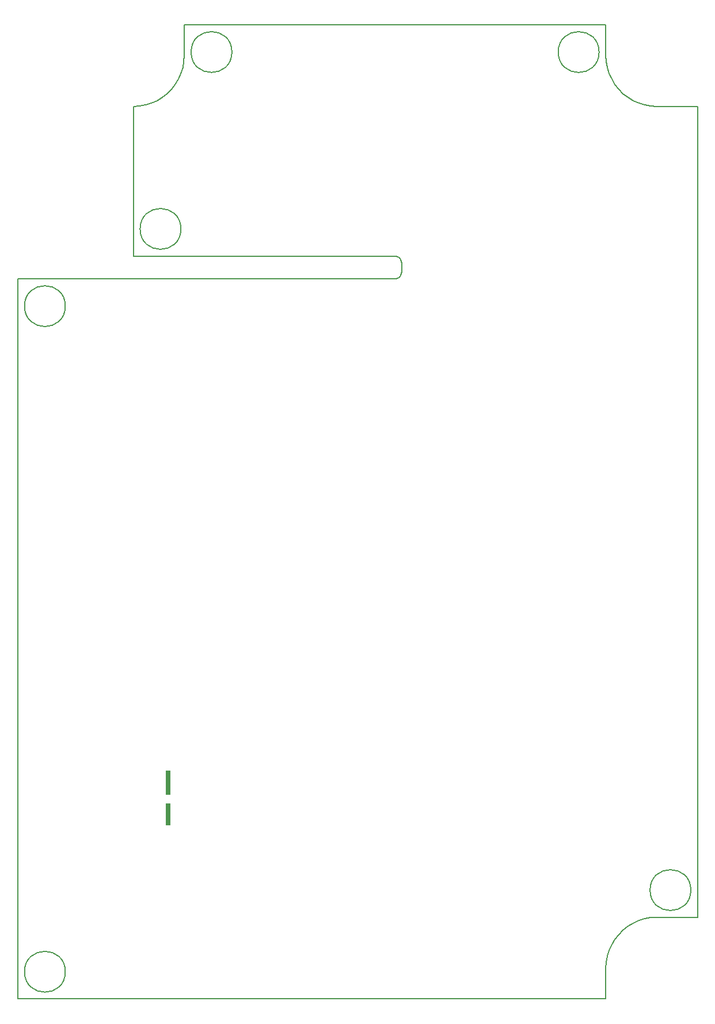
<source format=gko>
G04*
G04 #@! TF.GenerationSoftware,Altium Limited,Altium Designer,23.1.1 (15)*
G04*
G04 Layer_Color=16711935*
%FSLAX44Y44*%
%MOMM*%
G71*
G04*
G04 #@! TF.SameCoordinates,789140C7-5683-4E61-8DB6-192B0B8D3B33*
G04*
G04*
G04 #@! TF.FilePolarity,Positive*
G04*
G01*
G75*
%ADD12C,0.2000*%
%ADD161R,0.7500X3.2500*%
%ADD162R,0.7500X3.6000*%
D12*
X70000Y40000D02*
G03*
X70000Y40000I-30000J0D01*
G01*
X990000Y160000D02*
G03*
X990000Y160000I-30000J0D01*
G01*
X70000Y1018500D02*
G03*
X70000Y1018500I-30000J0D01*
G01*
X240000Y1132000D02*
G03*
X240000Y1132000I-30000J0D01*
G01*
X855000Y1392000D02*
G03*
X855000Y1392000I-30000J0D01*
G01*
X315000Y1392000D02*
G03*
X315000Y1392000I-30000J0D01*
G01*
X556825Y1058751D02*
X558938Y1059491D01*
X560834Y1060683D01*
X562417Y1062266D01*
X563609Y1064162D01*
X564349Y1066275D01*
X564600Y1068500D01*
Y1082000D01*
X564349Y1084225D02*
X564600Y1082000D01*
X563609Y1086338D02*
X564349Y1084225D01*
X562417Y1088234D02*
X563609Y1086338D01*
X560834Y1089817D02*
X562417Y1088234D01*
X558938Y1091009D02*
X560834Y1089817D01*
X556825Y1091749D02*
X558938Y1091009D01*
X554600Y1058500D02*
X556825Y1058751D01*
X554600Y1092000D02*
X556825Y1091749D01*
X170000Y1092000D02*
X554600Y1092000D01*
X170000Y1092000D02*
Y1312000D01*
X179040Y1312548D01*
X187948Y1314181D01*
X196594Y1316877D01*
X204852Y1320594D01*
X212602Y1325279D01*
X219731Y1330865D01*
X226135Y1337269D01*
X231721Y1344398D01*
X236406Y1352148D01*
X240124Y1360406D01*
X242819Y1369052D01*
X244452Y1377960D01*
X245000Y1387000D01*
Y1432000D01*
X865000D01*
Y1387000D02*
Y1432000D01*
Y1387000D02*
X865548Y1377960D01*
X867181Y1369052D01*
X869876Y1360406D01*
X873594Y1352148D01*
X878279Y1344398D01*
X883865Y1337269D01*
X890269Y1330865D01*
X897398Y1325279D01*
X905148Y1320594D01*
X913406Y1316876D01*
X922052Y1314181D01*
X930960Y1312548D01*
X940000Y1312000D01*
X1000000D01*
X1000000Y120000D02*
X1000000Y1312000D01*
X940000Y120000D02*
X1000000D01*
X930960Y119452D02*
X940000Y120000D01*
X922052Y117819D02*
X930960Y119452D01*
X913406Y115124D02*
X922052Y117819D01*
X905148Y111406D02*
X913406Y115124D01*
X897398Y106721D02*
X905148Y111406D01*
X890269Y101135D02*
X897398Y106721D01*
X883865Y94731D02*
X890269Y101135D01*
X878279Y87602D02*
X883865Y94731D01*
X873594Y79852D02*
X878279Y87602D01*
X869876Y71594D02*
X873594Y79852D01*
X867181Y62948D02*
X869876Y71594D01*
X865548Y54040D02*
X867181Y62948D01*
X865000Y45000D02*
X865548Y54040D01*
X865000Y-0D02*
Y45000D01*
X-0Y0D02*
X865000Y-0D01*
X-0Y0D02*
X0Y1058500D01*
X554600Y1058500D01*
D161*
X220977Y271446D02*
D03*
D162*
Y317696D02*
D03*
M02*

</source>
